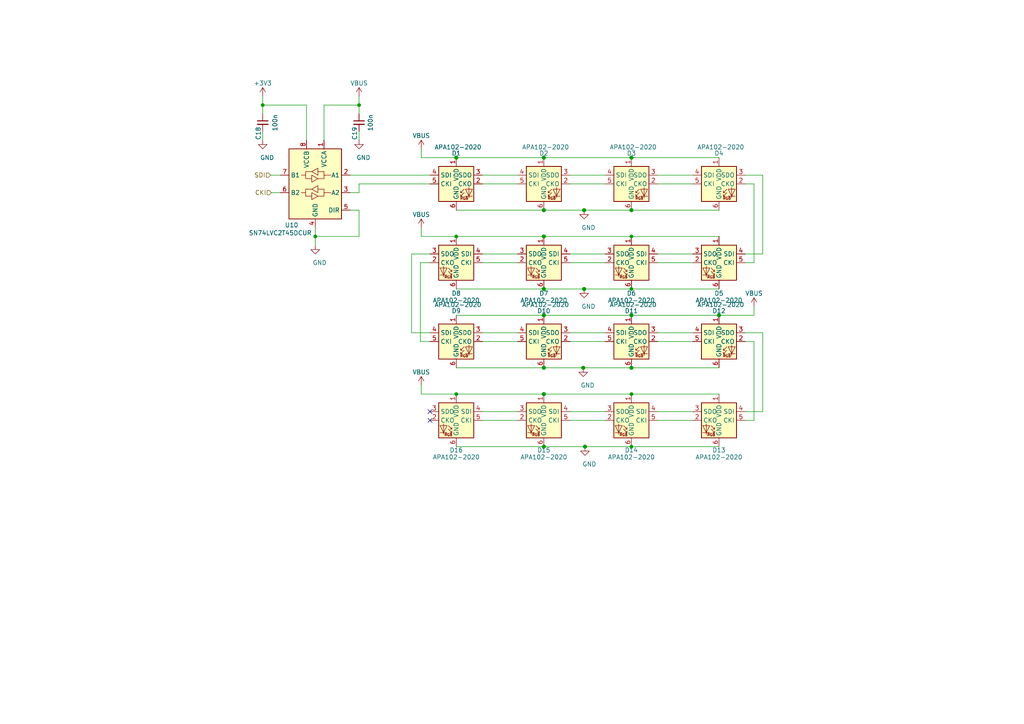
<source format=kicad_sch>
(kicad_sch (version 20210126) (generator eeschema)

  (paper "A4")

  (lib_symbols
    (symbol "LED:APA102-2020" (in_bom yes) (on_board yes)
      (property "Reference" "D" (id 0) (at 5.08 5.715 0)
        (effects (font (size 1.27 1.27)) (justify right bottom))
      )
      (property "Value" "APA102-2020" (id 1) (at 1.27 -5.715 0)
        (effects (font (size 1.27 1.27)) (justify left top))
      )
      (property "Footprint" "LED_SMD:LED-APA102-2020" (id 2) (at 1.27 -7.62 0)
        (effects (font (size 1.27 1.27)) (justify left top) hide)
      )
      (property "Datasheet" "http://www.led-color.com/upload/201604/APA102-2020%20SMD%20LED.pdf" (id 3) (at 2.54 -9.525 0)
        (effects (font (size 1.27 1.27)) (justify left top) hide)
      )
      (property "ki_keywords" "RGB LED addressable 8bit pwm 5bit greyscale" (id 4) (at 0 0 0)
        (effects (font (size 1.27 1.27)) hide)
      )
      (property "ki_description" "RGB LED with integrated controller" (id 5) (at 0 0 0)
        (effects (font (size 1.27 1.27)) hide)
      )
      (property "ki_fp_filters" "LED*APA102*" (id 6) (at 0 0 0)
        (effects (font (size 1.27 1.27)) hide)
      )
      (symbol "APA102-2020_0_0"
        (text "RGB" (at 2.286 -4.191 0)
          (effects (font (size 0.762 0.762)))
        )
      )
      (symbol "APA102-2020_0_1"
        (rectangle (start 5.08 5.08) (end -5.08 -5.08)
          (stroke (width 0.254)) (fill (type background))
        )
        (polyline
          (pts
            (xy 1.27 -3.556)
            (xy 1.778 -3.556)
          )
          (stroke (width 0)) (fill (type none))
        )
        (polyline
          (pts
            (xy 1.27 -2.54)
            (xy 1.778 -2.54)
          )
          (stroke (width 0)) (fill (type none))
        )
        (polyline
          (pts
            (xy 4.699 -3.556)
            (xy 2.667 -3.556)
          )
          (stroke (width 0)) (fill (type none))
        )
        (polyline
          (pts
            (xy 2.286 -2.54)
            (xy 1.27 -3.556)
            (xy 1.27 -3.048)
          )
          (stroke (width 0)) (fill (type none))
        )
        (polyline
          (pts
            (xy 2.286 -1.524)
            (xy 1.27 -2.54)
            (xy 1.27 -2.032)
          )
          (stroke (width 0)) (fill (type none))
        )
        (polyline
          (pts
            (xy 3.683 -1.016)
            (xy 3.683 -3.556)
            (xy 3.683 -4.064)
          )
          (stroke (width 0)) (fill (type none))
        )
        (polyline
          (pts
            (xy 4.699 -1.524)
            (xy 2.667 -1.524)
            (xy 3.683 -3.556)
            (xy 4.699 -1.524)
          )
          (stroke (width 0)) (fill (type none))
        )
      )
      (symbol "APA102-2020_1_1"
        (pin power_in line (at 0 7.62 270) (length 2.54)
          (name "VDD" (effects (font (size 1.27 1.27))))
          (number "1" (effects (font (size 1.27 1.27))))
        )
        (pin output line (at 7.62 0 180) (length 2.54)
          (name "CKO" (effects (font (size 1.27 1.27))))
          (number "2" (effects (font (size 1.27 1.27))))
        )
        (pin output line (at 7.62 2.54 180) (length 2.54)
          (name "SDO" (effects (font (size 1.27 1.27))))
          (number "3" (effects (font (size 1.27 1.27))))
        )
        (pin input line (at -7.62 2.54 0) (length 2.54)
          (name "SDI" (effects (font (size 1.27 1.27))))
          (number "4" (effects (font (size 1.27 1.27))))
        )
        (pin input line (at -7.62 0 0) (length 2.54)
          (name "CKI" (effects (font (size 1.27 1.27))))
          (number "5" (effects (font (size 1.27 1.27))))
        )
        (pin power_in line (at 0 -7.62 90) (length 2.54)
          (name "GND" (effects (font (size 1.27 1.27))))
          (number "6" (effects (font (size 1.27 1.27))))
        )
      )
    )
    (symbol "Logic_LevelTranslator:SN74LVC2T45DCUR" (in_bom yes) (on_board yes)
      (property "Reference" "U" (id 0) (at -6.35 11.43 0)
        (effects (font (size 1.27 1.27)))
      )
      (property "Value" "SN74LVC2T45DCUR" (id 1) (at 3.81 11.43 0)
        (effects (font (size 1.27 1.27)) (justify left))
      )
      (property "Footprint" "Package_SO:VSSOP-8_2.4x2.1mm_P0.5mm" (id 2) (at 1.27 -13.97 0)
        (effects (font (size 1.27 1.27)) hide)
      )
      (property "Datasheet" "http://www.ti.com/lit/ds/symlink/sn74lvc2t45.pdf" (id 3) (at -22.86 -13.97 0)
        (effects (font (size 1.27 1.27)) hide)
      )
      (property "ki_keywords" "Level-Shifter CMOS-TTL-Translation" (id 4) (at 0 0 0)
        (effects (font (size 1.27 1.27)) hide)
      )
      (property "ki_description" "Dual-Bit Dual-Supply Bus Transceiver With Configurable Voltage Translation and 3-State Outputs, VSSOP-8" (id 5) (at 0 0 0)
        (effects (font (size 1.27 1.27)) hide)
      )
      (property "ki_fp_filters" "VSSOP*2.4x2.1mm*P0.5mm*" (id 6) (at 0 0 0)
        (effects (font (size 1.27 1.27)) hide)
      )
      (symbol "SN74LVC2T45DCUR_0_1"
        (rectangle (start -7.62 10.16) (end 7.62 -10.16)
          (stroke (width 0.254)) (fill (type background))
        )
        (polyline
          (pts
            (xy -2.54 2.54)
            (xy -2.54 3.556)
            (xy -0.762 3.556)
          )
          (stroke (width 0)) (fill (type none))
        )
        (polyline
          (pts
            (xy 2.794 2.54)
            (xy 2.794 1.524)
            (xy 1.016 1.524)
          )
          (stroke (width 0)) (fill (type none))
        )
        (polyline
          (pts
            (xy -0.762 1.524)
            (xy -2.54 1.524)
            (xy -2.54 2.54)
            (xy -4.572 2.54)
          )
          (stroke (width 0)) (fill (type none))
        )
        (polyline
          (pts
            (xy -0.762 2.54)
            (xy -0.762 4.572)
            (xy 1.016 3.556)
            (xy -0.762 2.54)
          )
          (stroke (width 0)) (fill (type none))
        )
        (polyline
          (pts
            (xy 1.016 3.556)
            (xy 2.794 3.556)
            (xy 2.794 2.54)
            (xy 4.064 2.54)
          )
          (stroke (width 0)) (fill (type none))
        )
        (polyline
          (pts
            (xy 1.016 2.54)
            (xy 1.016 0.762)
            (xy 1.016 0.508)
            (xy -0.762 1.524)
            (xy 1.016 2.54)
          )
          (stroke (width 0)) (fill (type none))
        )
      )
      (symbol "SN74LVC2T45DCUR_1_1"
        (polyline
          (pts
            (xy -2.54 -2.54)
            (xy -2.54 -1.524)
            (xy -0.762 -1.524)
          )
          (stroke (width 0)) (fill (type none))
        )
        (polyline
          (pts
            (xy 2.794 -2.54)
            (xy 2.794 -3.556)
            (xy 1.016 -3.556)
          )
          (stroke (width 0)) (fill (type none))
        )
        (polyline
          (pts
            (xy -0.762 -3.556)
            (xy -2.54 -3.556)
            (xy -2.54 -2.54)
            (xy -4.572 -2.54)
          )
          (stroke (width 0)) (fill (type none))
        )
        (polyline
          (pts
            (xy -0.762 -2.54)
            (xy -0.762 -0.508)
            (xy 1.016 -1.524)
            (xy -0.762 -2.54)
          )
          (stroke (width 0)) (fill (type none))
        )
        (polyline
          (pts
            (xy 1.016 -1.524)
            (xy 2.794 -1.524)
            (xy 2.794 -2.54)
            (xy 4.064 -2.54)
          )
          (stroke (width 0)) (fill (type none))
        )
        (polyline
          (pts
            (xy 1.016 -2.54)
            (xy 1.016 -4.318)
            (xy 1.016 -4.572)
            (xy -0.762 -3.556)
            (xy 1.016 -2.54)
          )
          (stroke (width 0)) (fill (type none))
        )
        (pin power_in line (at -2.54 12.7 270) (length 2.54)
          (name "VCCA" (effects (font (size 1.27 1.27))))
          (number "1" (effects (font (size 1.27 1.27))))
        )
        (pin bidirectional line (at -10.16 2.54 0) (length 2.54)
          (name "A1" (effects (font (size 1.27 1.27))))
          (number "2" (effects (font (size 1.27 1.27))))
        )
        (pin bidirectional line (at -10.16 -2.54 0) (length 2.54)
          (name "A2" (effects (font (size 1.27 1.27))))
          (number "3" (effects (font (size 1.27 1.27))))
        )
        (pin power_in line (at 0 -12.7 90) (length 2.54)
          (name "GND" (effects (font (size 1.27 1.27))))
          (number "4" (effects (font (size 1.27 1.27))))
        )
        (pin input line (at -10.16 -7.62 0) (length 2.54)
          (name "DIR" (effects (font (size 1.27 1.27))))
          (number "5" (effects (font (size 1.27 1.27))))
        )
        (pin bidirectional line (at 10.16 -2.54 180) (length 2.54)
          (name "B2" (effects (font (size 1.27 1.27))))
          (number "6" (effects (font (size 1.27 1.27))))
        )
        (pin bidirectional line (at 10.16 2.54 180) (length 2.54)
          (name "B1" (effects (font (size 1.27 1.27))))
          (number "7" (effects (font (size 1.27 1.27))))
        )
        (pin power_in line (at 2.54 12.7 270) (length 2.54)
          (name "VCCB" (effects (font (size 1.27 1.27))))
          (number "8" (effects (font (size 1.27 1.27))))
        )
      )
    )
    (symbol "icebreaker-bitsy-rescue:pkl_C_Small-pkl_device" (pin_numbers hide) (pin_names (offset 0.254) hide) (in_bom yes) (on_board yes)
      (property "Reference" "C" (id 0) (at 0.254 1.778 0)
        (effects (font (size 1.27 1.27)) (justify left))
      )
      (property "Value" "pkl_C_Small-pkl_device" (id 1) (at 0.254 -2.032 0)
        (effects (font (size 1.27 1.27)) (justify left))
      )
      (property "Footprint" "" (id 2) (at 0 0 0)
        (effects (font (size 1.524 1.524)))
      )
      (property "Datasheet" "" (id 3) (at 0 0 0)
        (effects (font (size 1.524 1.524)))
      )
      (property "ki_fp_filters" "C? C_????_* C_???? SMD*_c Capacitor*" (id 4) (at 0 0 0)
        (effects (font (size 1.27 1.27)) hide)
      )
      (symbol "pkl_C_Small-pkl_device_0_1"
        (polyline
          (pts
            (xy -1.524 -0.508)
            (xy 1.524 -0.508)
          )
          (stroke (width 0.3302)) (fill (type none))
        )
        (polyline
          (pts
            (xy -1.524 0.508)
            (xy 1.524 0.508)
          )
          (stroke (width 0.3048)) (fill (type none))
        )
      )
      (symbol "pkl_C_Small-pkl_device_1_1"
        (pin passive line (at 0 2.54 270) (length 1.905)
          (name "~" (effects (font (size 1.016 1.016))))
          (number "1" (effects (font (size 1.016 1.016))))
        )
        (pin passive line (at 0 -2.54 90) (length 2.032)
          (name "~" (effects (font (size 1.016 1.016))))
          (number "2" (effects (font (size 1.016 1.016))))
        )
      )
    )
    (symbol "power:+3V3" (power) (pin_names (offset 0)) (in_bom yes) (on_board yes)
      (property "Reference" "#PWR" (id 0) (at 0 -3.81 0)
        (effects (font (size 1.27 1.27)) hide)
      )
      (property "Value" "+3V3" (id 1) (at 0 3.556 0)
        (effects (font (size 1.27 1.27)))
      )
      (property "Footprint" "" (id 2) (at 0 0 0)
        (effects (font (size 1.27 1.27)) hide)
      )
      (property "Datasheet" "" (id 3) (at 0 0 0)
        (effects (font (size 1.27 1.27)) hide)
      )
      (property "ki_keywords" "power-flag" (id 4) (at 0 0 0)
        (effects (font (size 1.27 1.27)) hide)
      )
      (property "ki_description" "Power symbol creates a global label with name \"+3V3\"" (id 5) (at 0 0 0)
        (effects (font (size 1.27 1.27)) hide)
      )
      (symbol "+3V3_0_1"
        (polyline
          (pts
            (xy -0.762 1.27)
            (xy 0 2.54)
          )
          (stroke (width 0)) (fill (type none))
        )
        (polyline
          (pts
            (xy 0 0)
            (xy 0 2.54)
          )
          (stroke (width 0)) (fill (type none))
        )
        (polyline
          (pts
            (xy 0 2.54)
            (xy 0.762 1.27)
          )
          (stroke (width 0)) (fill (type none))
        )
      )
      (symbol "+3V3_1_1"
        (pin power_in line (at 0 0 90) (length 0) hide
          (name "+3V3" (effects (font (size 1.27 1.27))))
          (number "1" (effects (font (size 1.27 1.27))))
        )
      )
    )
    (symbol "power:GND" (power) (pin_names (offset 0)) (in_bom yes) (on_board yes)
      (property "Reference" "#PWR" (id 0) (at 0 -6.35 0)
        (effects (font (size 1.27 1.27)) hide)
      )
      (property "Value" "GND" (id 1) (at 0 -3.81 0)
        (effects (font (size 1.27 1.27)))
      )
      (property "Footprint" "" (id 2) (at 0 0 0)
        (effects (font (size 1.27 1.27)) hide)
      )
      (property "Datasheet" "" (id 3) (at 0 0 0)
        (effects (font (size 1.27 1.27)) hide)
      )
      (property "ki_keywords" "power-flag" (id 4) (at 0 0 0)
        (effects (font (size 1.27 1.27)) hide)
      )
      (property "ki_description" "Power symbol creates a global label with name \"GND\" , ground" (id 5) (at 0 0 0)
        (effects (font (size 1.27 1.27)) hide)
      )
      (symbol "GND_0_1"
        (polyline
          (pts
            (xy 0 0)
            (xy 0 -1.27)
            (xy 1.27 -1.27)
            (xy 0 -2.54)
            (xy -1.27 -1.27)
            (xy 0 -1.27)
          )
          (stroke (width 0)) (fill (type none))
        )
      )
      (symbol "GND_1_1"
        (pin power_in line (at 0 0 270) (length 0) hide
          (name "GND" (effects (font (size 1.27 1.27))))
          (number "1" (effects (font (size 1.27 1.27))))
        )
      )
    )
    (symbol "power:VBUS" (power) (pin_names (offset 0)) (in_bom yes) (on_board yes)
      (property "Reference" "#PWR" (id 0) (at 0 -3.81 0)
        (effects (font (size 1.27 1.27)) hide)
      )
      (property "Value" "VBUS" (id 1) (at 0 3.81 0)
        (effects (font (size 1.27 1.27)))
      )
      (property "Footprint" "" (id 2) (at 0 0 0)
        (effects (font (size 1.27 1.27)) hide)
      )
      (property "Datasheet" "" (id 3) (at 0 0 0)
        (effects (font (size 1.27 1.27)) hide)
      )
      (property "ki_keywords" "power-flag" (id 4) (at 0 0 0)
        (effects (font (size 1.27 1.27)) hide)
      )
      (property "ki_description" "Power symbol creates a global label with name \"VBUS\"" (id 5) (at 0 0 0)
        (effects (font (size 1.27 1.27)) hide)
      )
      (symbol "VBUS_0_1"
        (polyline
          (pts
            (xy -0.762 1.27)
            (xy 0 2.54)
          )
          (stroke (width 0)) (fill (type none))
        )
        (polyline
          (pts
            (xy 0 0)
            (xy 0 2.54)
          )
          (stroke (width 0)) (fill (type none))
        )
        (polyline
          (pts
            (xy 0 2.54)
            (xy 0.762 1.27)
          )
          (stroke (width 0)) (fill (type none))
        )
      )
      (symbol "VBUS_1_1"
        (pin power_in line (at 0 0 90) (length 0) hide
          (name "VBUS" (effects (font (size 1.27 1.27))))
          (number "1" (effects (font (size 1.27 1.27))))
        )
      )
    )
  )

  (junction (at 76.2 30.48) (diameter 0.9144) (color 0 0 0 0))
  (junction (at 91.44 68.58) (diameter 0.9144) (color 0 0 0 0))
  (junction (at 104.14 30.48) (diameter 0.9144) (color 0 0 0 0))
  (junction (at 132.334 45.72) (diameter 1.016) (color 0 0 0 0))
  (junction (at 132.334 68.58) (diameter 0.9144) (color 0 0 0 0))
  (junction (at 132.334 114.3) (diameter 0.9144) (color 0 0 0 0))
  (junction (at 157.734 45.72) (diameter 1.016) (color 0 0 0 0))
  (junction (at 157.734 60.96) (diameter 1.016) (color 0 0 0 0))
  (junction (at 157.734 68.58) (diameter 1.016) (color 0 0 0 0))
  (junction (at 157.734 83.82) (diameter 1.016) (color 0 0 0 0))
  (junction (at 157.734 91.44) (diameter 1.016) (color 0 0 0 0))
  (junction (at 157.734 106.68) (diameter 1.016) (color 0 0 0 0))
  (junction (at 157.734 114.3) (diameter 1.016) (color 0 0 0 0))
  (junction (at 157.734 129.54) (diameter 1.016) (color 0 0 0 0))
  (junction (at 169.164 106.68) (diameter 1.016) (color 0 0 0 0))
  (junction (at 169.418 60.96) (diameter 1.016) (color 0 0 0 0))
  (junction (at 169.418 83.82) (diameter 1.016) (color 0 0 0 0))
  (junction (at 169.672 129.54) (diameter 1.016) (color 0 0 0 0))
  (junction (at 183.134 45.72) (diameter 1.016) (color 0 0 0 0))
  (junction (at 183.134 60.96) (diameter 1.016) (color 0 0 0 0))
  (junction (at 183.134 68.58) (diameter 0.9144) (color 0 0 0 0))
  (junction (at 183.134 83.82) (diameter 0.9144) (color 0 0 0 0))
  (junction (at 183.134 91.44) (diameter 1.016) (color 0 0 0 0))
  (junction (at 183.134 106.68) (diameter 1.016) (color 0 0 0 0))
  (junction (at 183.134 114.3) (diameter 0.9144) (color 0 0 0 0))
  (junction (at 183.134 129.54) (diameter 0.9144) (color 0 0 0 0))
  (junction (at 208.534 91.44) (diameter 1.016) (color 0 0 0 0))

  (no_connect (at 124.714 119.38) (uuid e15e66b2-565f-4602-b284-d45960681845))
  (no_connect (at 124.714 121.92) (uuid 18695ff9-83f3-45e3-825b-2f42b9632b01))

  (wire (pts (xy 76.2 27.94) (xy 76.2 30.48))
    (stroke (width 0) (type solid) (color 0 0 0 0))
    (uuid c08a9bac-b0b3-4303-ac68-093db7dadb71)
  )
  (wire (pts (xy 76.2 30.48) (xy 88.9 30.48))
    (stroke (width 0) (type solid) (color 0 0 0 0))
    (uuid 735a0b15-5cf9-44f2-8326-0c4d840de54c)
  )
  (wire (pts (xy 76.2 33.02) (xy 76.2 30.48))
    (stroke (width 0) (type solid) (color 0 0 0 0))
    (uuid a8d009c0-8ea3-4821-8a15-d595ae9bf2bc)
  )
  (wire (pts (xy 76.2 38.1) (xy 76.2 40.64))
    (stroke (width 0) (type solid) (color 0 0 0 0))
    (uuid 6d5d3607-4b72-430d-a5e3-3db38a149a6b)
  )
  (wire (pts (xy 78.486 50.8) (xy 81.28 50.8))
    (stroke (width 0) (type solid) (color 0 0 0 0))
    (uuid bbdb539b-416d-43eb-91dc-e627f71d2fb6)
  )
  (wire (pts (xy 78.74 55.88) (xy 81.28 55.88))
    (stroke (width 0) (type solid) (color 0 0 0 0))
    (uuid 842c946b-0eb8-4f3b-8bbe-11de8316e690)
  )
  (wire (pts (xy 88.9 30.48) (xy 88.9 40.64))
    (stroke (width 0) (type solid) (color 0 0 0 0))
    (uuid 491f80f8-d2bc-4ad6-994e-43d1602c73a6)
  )
  (wire (pts (xy 91.44 66.04) (xy 91.44 68.58))
    (stroke (width 0) (type solid) (color 0 0 0 0))
    (uuid 370e01e1-a568-491a-a7be-48af50b13b7a)
  )
  (wire (pts (xy 91.44 68.58) (xy 91.44 71.12))
    (stroke (width 0) (type solid) (color 0 0 0 0))
    (uuid c214663f-084b-4329-8fab-1bf5b801db23)
  )
  (wire (pts (xy 91.44 68.58) (xy 104.14 68.58))
    (stroke (width 0) (type solid) (color 0 0 0 0))
    (uuid 87548987-97cf-4244-9a89-185477819e28)
  )
  (wire (pts (xy 93.98 30.48) (xy 93.98 40.64))
    (stroke (width 0) (type solid) (color 0 0 0 0))
    (uuid 3945e438-10b6-4556-a644-e824bdb4d5ff)
  )
  (wire (pts (xy 93.98 30.48) (xy 104.14 30.48))
    (stroke (width 0) (type solid) (color 0 0 0 0))
    (uuid d7db64d8-5c33-4a68-8fff-da795818cec3)
  )
  (wire (pts (xy 101.6 50.8) (xy 124.714 50.8))
    (stroke (width 0) (type solid) (color 0 0 0 0))
    (uuid 835d1a46-c75b-403e-a12d-5852c532eace)
  )
  (wire (pts (xy 101.6 55.88) (xy 104.14 55.88))
    (stroke (width 0) (type solid) (color 0 0 0 0))
    (uuid 92931c0c-7eec-41d1-bb0b-ddaef5421fd8)
  )
  (wire (pts (xy 101.6 60.96) (xy 104.14 60.96))
    (stroke (width 0) (type solid) (color 0 0 0 0))
    (uuid 03743206-52d8-4139-b763-03e36da0dfe5)
  )
  (wire (pts (xy 104.14 27.94) (xy 104.14 30.48))
    (stroke (width 0) (type solid) (color 0 0 0 0))
    (uuid 8da407ce-2abf-4f0f-91ac-ff4d01c1b464)
  )
  (wire (pts (xy 104.14 33.02) (xy 104.14 30.48))
    (stroke (width 0) (type solid) (color 0 0 0 0))
    (uuid a770e9ac-ba6c-4fc1-b879-390043a8b82d)
  )
  (wire (pts (xy 104.14 38.1) (xy 104.14 40.64))
    (stroke (width 0) (type solid) (color 0 0 0 0))
    (uuid 8c02bfa1-bdbf-4156-9587-1bffdcb2fbc8)
  )
  (wire (pts (xy 104.14 53.34) (xy 124.714 53.34))
    (stroke (width 0) (type solid) (color 0 0 0 0))
    (uuid 8c8fc07e-4238-439b-90ed-6563fad20953)
  )
  (wire (pts (xy 104.14 55.88) (xy 104.14 53.34))
    (stroke (width 0) (type solid) (color 0 0 0 0))
    (uuid 6ec79836-0053-4286-8ff8-3ef1d1a1180a)
  )
  (wire (pts (xy 104.14 60.96) (xy 104.14 68.58))
    (stroke (width 0) (type solid) (color 0 0 0 0))
    (uuid eb6f34b6-997f-4ac8-9adf-77c4199fd13b)
  )
  (wire (pts (xy 119.38 73.66) (xy 119.38 96.52))
    (stroke (width 0) (type solid) (color 0 0 0 0))
    (uuid 28c040cd-42f8-4db0-98c0-4d7fdd43d1c0)
  )
  (wire (pts (xy 119.38 96.52) (xy 124.714 96.52))
    (stroke (width 0) (type solid) (color 0 0 0 0))
    (uuid 5484cf4b-53dd-4384-9b45-00aa80d81104)
  )
  (wire (pts (xy 121.92 76.2) (xy 121.92 99.06))
    (stroke (width 0) (type solid) (color 0 0 0 0))
    (uuid 9a746b8d-98e3-4534-9ee6-ff94246ec2a5)
  )
  (wire (pts (xy 121.92 99.06) (xy 124.714 99.06))
    (stroke (width 0) (type solid) (color 0 0 0 0))
    (uuid b332c5bf-b72c-4d1c-aaaf-23b7f9dd5b30)
  )
  (wire (pts (xy 122.174 45.72) (xy 122.174 43.18))
    (stroke (width 0) (type solid) (color 0 0 0 0))
    (uuid 433f6f00-0d70-4697-9baa-5e360ead1cf5)
  )
  (wire (pts (xy 122.174 68.58) (xy 122.174 66.04))
    (stroke (width 0) (type solid) (color 0 0 0 0))
    (uuid 6e312817-fef0-4b9a-b260-67a72111f58c)
  )
  (wire (pts (xy 122.174 68.58) (xy 132.334 68.58))
    (stroke (width 0) (type solid) (color 0 0 0 0))
    (uuid 13572a92-48b0-473f-b2cf-433b8038f366)
  )
  (wire (pts (xy 122.174 114.3) (xy 122.174 111.76))
    (stroke (width 0) (type solid) (color 0 0 0 0))
    (uuid cfc53154-9ada-4068-b623-0283f2d82f4c)
  )
  (wire (pts (xy 122.174 114.3) (xy 132.334 114.3))
    (stroke (width 0) (type solid) (color 0 0 0 0))
    (uuid 11a0b09d-b594-45d0-b839-3da3e827ce43)
  )
  (wire (pts (xy 124.714 73.66) (xy 119.38 73.66))
    (stroke (width 0) (type solid) (color 0 0 0 0))
    (uuid ab99b6fe-e74a-4461-a273-338bc8573b1a)
  )
  (wire (pts (xy 124.714 76.2) (xy 121.92 76.2))
    (stroke (width 0) (type solid) (color 0 0 0 0))
    (uuid 325f458d-3f32-46d9-ac14-836b9a243b1b)
  )
  (wire (pts (xy 132.334 45.72) (xy 122.174 45.72))
    (stroke (width 0) (type solid) (color 0 0 0 0))
    (uuid 78c92244-9265-4f5c-9d55-00e19cb1fecc)
  )
  (wire (pts (xy 132.334 45.72) (xy 157.734 45.72))
    (stroke (width 0) (type solid) (color 0 0 0 0))
    (uuid ce67b3bf-e794-4e65-a594-36ae46d0c339)
  )
  (wire (pts (xy 132.334 60.96) (xy 157.734 60.96))
    (stroke (width 0) (type solid) (color 0 0 0 0))
    (uuid 8d701172-e96b-4d90-902d-52c298ef6d41)
  )
  (wire (pts (xy 132.334 68.58) (xy 157.734 68.58))
    (stroke (width 0) (type solid) (color 0 0 0 0))
    (uuid c094e0c1-7998-4953-8d09-2ac5a47cb15d)
  )
  (wire (pts (xy 132.334 91.44) (xy 157.734 91.44))
    (stroke (width 0) (type solid) (color 0 0 0 0))
    (uuid b3afbd34-0c29-49ee-b0d1-0c5c57e4d700)
  )
  (wire (pts (xy 132.334 106.68) (xy 157.734 106.68))
    (stroke (width 0) (type solid) (color 0 0 0 0))
    (uuid e0419802-d3f2-4777-a694-0eb895a28ac7)
  )
  (wire (pts (xy 132.334 114.3) (xy 157.734 114.3))
    (stroke (width 0) (type solid) (color 0 0 0 0))
    (uuid 22d6df99-f2b9-4a7f-9c23-5b005b6b9b2d)
  )
  (wire (pts (xy 139.954 50.8) (xy 150.114 50.8))
    (stroke (width 0) (type solid) (color 0 0 0 0))
    (uuid ed18d4da-fd06-44dc-b942-0a48327555a5)
  )
  (wire (pts (xy 139.954 53.34) (xy 150.114 53.34))
    (stroke (width 0) (type solid) (color 0 0 0 0))
    (uuid c542c85a-928a-46a1-a656-6a81165ddb5a)
  )
  (wire (pts (xy 139.954 96.52) (xy 150.114 96.52))
    (stroke (width 0) (type solid) (color 0 0 0 0))
    (uuid 34923551-a1a0-42cf-be5a-1f38ac91ed7e)
  )
  (wire (pts (xy 139.954 99.06) (xy 150.114 99.06))
    (stroke (width 0) (type solid) (color 0 0 0 0))
    (uuid 637b0c63-0a9d-4827-99ac-4e7c1635c4a7)
  )
  (wire (pts (xy 139.954 119.38) (xy 150.114 119.38))
    (stroke (width 0) (type solid) (color 0 0 0 0))
    (uuid ad8dd949-2169-4720-83d9-2fcfb0c61fd8)
  )
  (wire (pts (xy 139.954 121.92) (xy 150.114 121.92))
    (stroke (width 0) (type solid) (color 0 0 0 0))
    (uuid a3bf38bb-cb58-4e0f-a2d6-f138804f0188)
  )
  (wire (pts (xy 150.114 73.66) (xy 139.954 73.66))
    (stroke (width 0) (type solid) (color 0 0 0 0))
    (uuid c72fa1c2-4402-4303-b1b7-1bdad2169410)
  )
  (wire (pts (xy 150.114 76.2) (xy 139.954 76.2))
    (stroke (width 0) (type solid) (color 0 0 0 0))
    (uuid 1d0bf050-5067-4dfc-ac0c-427f75b90b83)
  )
  (wire (pts (xy 157.734 45.72) (xy 183.134 45.72))
    (stroke (width 0) (type solid) (color 0 0 0 0))
    (uuid 0a272118-bfcb-439a-886d-4504272df79a)
  )
  (wire (pts (xy 157.734 60.96) (xy 169.418 60.96))
    (stroke (width 0) (type solid) (color 0 0 0 0))
    (uuid 6c9277ac-a319-465a-8389-d249dd320dfb)
  )
  (wire (pts (xy 157.734 68.58) (xy 183.134 68.58))
    (stroke (width 0) (type solid) (color 0 0 0 0))
    (uuid 0ab3646d-d295-4ef4-acae-511840905b90)
  )
  (wire (pts (xy 157.734 83.82) (xy 132.334 83.82))
    (stroke (width 0) (type solid) (color 0 0 0 0))
    (uuid ba3d88e0-ed96-4efc-a7f4-07478a01a71f)
  )
  (wire (pts (xy 157.734 91.44) (xy 183.134 91.44))
    (stroke (width 0) (type solid) (color 0 0 0 0))
    (uuid 363bf425-a19a-4e4f-af4e-a609fe70d533)
  )
  (wire (pts (xy 157.734 106.68) (xy 169.164 106.68))
    (stroke (width 0) (type solid) (color 0 0 0 0))
    (uuid bc389e0e-a385-4ede-8abe-3794635cc84d)
  )
  (wire (pts (xy 157.734 114.3) (xy 183.134 114.3))
    (stroke (width 0) (type solid) (color 0 0 0 0))
    (uuid 29bc3025-a4b7-4563-9b42-589984adb84e)
  )
  (wire (pts (xy 157.734 129.54) (xy 132.334 129.54))
    (stroke (width 0) (type solid) (color 0 0 0 0))
    (uuid 9294a668-64c6-497e-9627-d5e572764c31)
  )
  (wire (pts (xy 165.354 50.8) (xy 175.514 50.8))
    (stroke (width 0) (type solid) (color 0 0 0 0))
    (uuid bb326e3d-93c0-4b19-ac8b-ea5d4b4e7b3f)
  )
  (wire (pts (xy 165.354 53.34) (xy 175.514 53.34))
    (stroke (width 0) (type solid) (color 0 0 0 0))
    (uuid 9813dcc7-7654-4149-98a4-b0a1957132d9)
  )
  (wire (pts (xy 165.354 96.52) (xy 175.514 96.52))
    (stroke (width 0) (type solid) (color 0 0 0 0))
    (uuid 40eda1b5-70a5-4502-8012-5c649bb0e266)
  )
  (wire (pts (xy 165.354 99.06) (xy 175.514 99.06))
    (stroke (width 0) (type solid) (color 0 0 0 0))
    (uuid 069034d5-480f-415c-8102-dea69c7ce286)
  )
  (wire (pts (xy 165.354 119.38) (xy 175.514 119.38))
    (stroke (width 0) (type solid) (color 0 0 0 0))
    (uuid e983bac0-0cc5-4d24-acd1-a60af26f33b5)
  )
  (wire (pts (xy 165.354 121.92) (xy 175.514 121.92))
    (stroke (width 0) (type solid) (color 0 0 0 0))
    (uuid 9b021ab3-638b-457a-af7f-b3256352ad8f)
  )
  (wire (pts (xy 169.164 106.68) (xy 183.134 106.68))
    (stroke (width 0) (type solid) (color 0 0 0 0))
    (uuid 18ff884a-7e10-42a7-bd85-d7f6818fc7a0)
  )
  (wire (pts (xy 169.418 60.96) (xy 183.134 60.96))
    (stroke (width 0) (type solid) (color 0 0 0 0))
    (uuid c1161ef7-1ce2-4d68-a11c-e1d45747facc)
  )
  (wire (pts (xy 169.418 83.82) (xy 157.734 83.82))
    (stroke (width 0) (type solid) (color 0 0 0 0))
    (uuid d195c8a3-5965-42c5-8e43-c1e9cf240080)
  )
  (wire (pts (xy 169.418 83.82) (xy 183.134 83.82))
    (stroke (width 0) (type solid) (color 0 0 0 0))
    (uuid 17c1836f-bce1-405b-8e8d-208fbd0f1a61)
  )
  (wire (pts (xy 169.672 129.54) (xy 157.734 129.54))
    (stroke (width 0) (type solid) (color 0 0 0 0))
    (uuid b250200e-ec02-4502-845d-387d9a4dc6c0)
  )
  (wire (pts (xy 169.672 129.54) (xy 183.134 129.54))
    (stroke (width 0) (type solid) (color 0 0 0 0))
    (uuid 80ba4914-4031-4c6e-a783-fd4ed5db1dc0)
  )
  (wire (pts (xy 175.514 73.66) (xy 165.354 73.66))
    (stroke (width 0) (type solid) (color 0 0 0 0))
    (uuid 425b1f1e-d4af-48ad-9708-b2c32a6879d1)
  )
  (wire (pts (xy 175.514 76.2) (xy 165.354 76.2))
    (stroke (width 0) (type solid) (color 0 0 0 0))
    (uuid 7805d2a1-76a4-4212-bcb6-11b3dd697435)
  )
  (wire (pts (xy 183.134 45.72) (xy 208.534 45.72))
    (stroke (width 0) (type solid) (color 0 0 0 0))
    (uuid dfe3596b-a487-44a6-bcef-c5b46b90626c)
  )
  (wire (pts (xy 183.134 60.96) (xy 208.534 60.96))
    (stroke (width 0) (type solid) (color 0 0 0 0))
    (uuid 4a504277-9a09-4817-a44f-f967d5fbe7fa)
  )
  (wire (pts (xy 183.134 68.58) (xy 208.534 68.58))
    (stroke (width 0) (type solid) (color 0 0 0 0))
    (uuid f23fe119-3371-483c-805d-57cd4095bc5e)
  )
  (wire (pts (xy 183.134 83.82) (xy 208.534 83.82))
    (stroke (width 0) (type solid) (color 0 0 0 0))
    (uuid 7a217bf6-905a-490d-8b99-5d3e338e5187)
  )
  (wire (pts (xy 183.134 91.44) (xy 208.534 91.44))
    (stroke (width 0) (type solid) (color 0 0 0 0))
    (uuid cfe2f4f5-577a-4eff-ac12-0fd4bd6703b4)
  )
  (wire (pts (xy 183.134 106.68) (xy 208.534 106.68))
    (stroke (width 0) (type solid) (color 0 0 0 0))
    (uuid 87c9f273-02fa-441b-ba45-2f5de3dc63c5)
  )
  (wire (pts (xy 183.134 114.3) (xy 208.534 114.3))
    (stroke (width 0) (type solid) (color 0 0 0 0))
    (uuid 7783e556-a281-489b-b838-8dea7cd65267)
  )
  (wire (pts (xy 183.134 129.54) (xy 208.534 129.54))
    (stroke (width 0) (type solid) (color 0 0 0 0))
    (uuid f215b9cc-5192-4106-850c-5ba779a95000)
  )
  (wire (pts (xy 190.754 50.8) (xy 200.914 50.8))
    (stroke (width 0) (type solid) (color 0 0 0 0))
    (uuid 3bf692ad-0186-4d4d-938d-b1deed9bc47f)
  )
  (wire (pts (xy 190.754 53.34) (xy 200.914 53.34))
    (stroke (width 0) (type solid) (color 0 0 0 0))
    (uuid 2138ce6d-861f-4af1-b786-3b4733277c4c)
  )
  (wire (pts (xy 190.754 96.52) (xy 200.914 96.52))
    (stroke (width 0) (type solid) (color 0 0 0 0))
    (uuid 5a89b672-9ab3-41ef-aac7-54c2204d44b9)
  )
  (wire (pts (xy 190.754 99.06) (xy 200.914 99.06))
    (stroke (width 0) (type solid) (color 0 0 0 0))
    (uuid 6d655459-bba3-45e9-b873-db6b783ec9ad)
  )
  (wire (pts (xy 190.754 119.38) (xy 200.914 119.38))
    (stroke (width 0) (type solid) (color 0 0 0 0))
    (uuid af724b3f-34ec-4d80-8a4f-6d3280a17a5b)
  )
  (wire (pts (xy 190.754 121.92) (xy 200.914 121.92))
    (stroke (width 0) (type solid) (color 0 0 0 0))
    (uuid 14e3ca7f-a45a-4d81-a0e1-d2afca59a19f)
  )
  (wire (pts (xy 200.914 73.66) (xy 190.754 73.66))
    (stroke (width 0) (type solid) (color 0 0 0 0))
    (uuid f6656907-35d9-43ac-bedd-d29169895d35)
  )
  (wire (pts (xy 200.914 76.2) (xy 190.754 76.2))
    (stroke (width 0) (type solid) (color 0 0 0 0))
    (uuid 8c45b04a-1b60-4387-98e5-ae9f6b7a457a)
  )
  (wire (pts (xy 208.534 91.44) (xy 218.694 91.44))
    (stroke (width 0) (type solid) (color 0 0 0 0))
    (uuid 0bf3134f-3a69-4364-a605-7f91e957d0f7)
  )
  (wire (pts (xy 216.154 53.34) (xy 218.694 53.34))
    (stroke (width 0) (type solid) (color 0 0 0 0))
    (uuid d8e1d035-adae-45bf-8f9f-aefa475a2ec0)
  )
  (wire (pts (xy 216.154 73.66) (xy 221.234 73.66))
    (stroke (width 0) (type solid) (color 0 0 0 0))
    (uuid cf53300c-fc83-4f96-b983-7b044707d8c8)
  )
  (wire (pts (xy 216.154 76.2) (xy 218.694 76.2))
    (stroke (width 0) (type solid) (color 0 0 0 0))
    (uuid 5086e298-7a1d-4ed1-a6df-6de69f37141e)
  )
  (wire (pts (xy 216.154 99.06) (xy 218.694 99.06))
    (stroke (width 0) (type solid) (color 0 0 0 0))
    (uuid 8fcd5b55-d2cc-4f1f-acea-678aee341852)
  )
  (wire (pts (xy 216.154 119.38) (xy 221.234 119.38))
    (stroke (width 0) (type solid) (color 0 0 0 0))
    (uuid 3a90f808-1571-4bb9-b4d9-26c3e3fbfcb1)
  )
  (wire (pts (xy 216.154 121.92) (xy 218.694 121.92))
    (stroke (width 0) (type solid) (color 0 0 0 0))
    (uuid b361b351-e958-4d0a-9d96-016a648351b5)
  )
  (wire (pts (xy 218.694 53.34) (xy 218.694 76.2))
    (stroke (width 0) (type solid) (color 0 0 0 0))
    (uuid 7d398109-8166-4052-a804-bc197a8a06ae)
  )
  (wire (pts (xy 218.694 91.44) (xy 218.694 88.9))
    (stroke (width 0) (type solid) (color 0 0 0 0))
    (uuid 6fd79e66-c261-4cd2-9cf0-d979fdcf6fd1)
  )
  (wire (pts (xy 218.694 99.06) (xy 218.694 121.92))
    (stroke (width 0) (type solid) (color 0 0 0 0))
    (uuid f23439dd-3f57-4591-81cd-b9251b6f45f8)
  )
  (wire (pts (xy 221.234 50.8) (xy 216.154 50.8))
    (stroke (width 0) (type solid) (color 0 0 0 0))
    (uuid f9123d5a-a3c1-47a3-9019-d3cd927958ab)
  )
  (wire (pts (xy 221.234 73.66) (xy 221.234 50.8))
    (stroke (width 0) (type solid) (color 0 0 0 0))
    (uuid 487e6a57-ac81-49da-b07b-da9c99eee179)
  )
  (wire (pts (xy 221.234 96.52) (xy 216.154 96.52))
    (stroke (width 0) (type solid) (color 0 0 0 0))
    (uuid 1e80f643-d883-496c-909c-1b62f7239c31)
  )
  (wire (pts (xy 221.234 119.38) (xy 221.234 96.52))
    (stroke (width 0) (type solid) (color 0 0 0 0))
    (uuid c305629f-53fe-4735-8f8b-3f5726d82a9b)
  )

  (hierarchical_label "SDI" (shape input) (at 78.486 50.8 180)
    (effects (font (size 1.27 1.27)) (justify right))
    (uuid 6596b056-ec01-4a52-b174-5cf60a7ed51e)
  )
  (hierarchical_label "CKI" (shape input) (at 78.74 55.88 180)
    (effects (font (size 1.27 1.27)) (justify right))
    (uuid 05448e22-baa7-41bb-a7aa-a8d6e64379c6)
  )

  (symbol (lib_id "power:+3V3") (at 76.2 27.94 0) (unit 1)
    (in_bom yes) (on_board yes)
    (uuid 03f80f19-86d0-46fc-9e47-22d7dd8da839)
    (property "Reference" "#PWR0108" (id 0) (at 76.2 31.75 0)
      (effects (font (size 1.27 1.27)) hide)
    )
    (property "Value" "+3V3" (id 1) (at 76.2 24.13 0))
    (property "Footprint" "" (id 2) (at 76.2 27.94 0)
      (effects (font (size 1.27 1.27)) hide)
    )
    (property "Datasheet" "" (id 3) (at 76.2 27.94 0)
      (effects (font (size 1.27 1.27)) hide)
    )
    (pin "1" (uuid 56d8f9d9-8744-4995-a556-7da659bc0559))
  )

  (symbol (lib_id "power:VBUS") (at 104.14 27.94 0) (unit 1)
    (in_bom yes) (on_board yes)
    (uuid 3b944c13-b699-40e2-8d4a-ad3851c787b2)
    (property "Reference" "#PWR0107" (id 0) (at 104.14 31.75 0)
      (effects (font (size 1.27 1.27)) hide)
    )
    (property "Value" "VBUS" (id 1) (at 104.14 24.13 0))
    (property "Footprint" "" (id 2) (at 104.14 27.94 0)
      (effects (font (size 1.27 1.27)) hide)
    )
    (property "Datasheet" "" (id 3) (at 104.14 27.94 0)
      (effects (font (size 1.27 1.27)) hide)
    )
    (pin "1" (uuid 2f93a2f4-ff58-4d44-92db-b3a5de56cbd3))
  )

  (symbol (lib_id "power:VBUS") (at 122.174 43.18 0) (unit 1)
    (in_bom yes) (on_board yes)
    (uuid 5adb8baa-8eb2-43e2-803f-4d371c291fb6)
    (property "Reference" "#PWR0105" (id 0) (at 122.174 46.99 0)
      (effects (font (size 1.27 1.27)) hide)
    )
    (property "Value" "VBUS" (id 1) (at 122.174 39.37 0))
    (property "Footprint" "" (id 2) (at 122.174 43.18 0)
      (effects (font (size 1.27 1.27)) hide)
    )
    (property "Datasheet" "" (id 3) (at 122.174 43.18 0)
      (effects (font (size 1.27 1.27)) hide)
    )
    (pin "1" (uuid ce5994c1-b359-4b26-9eda-3abc1ba56a1a))
  )

  (symbol (lib_id "power:VBUS") (at 122.174 66.04 0) (unit 1)
    (in_bom yes) (on_board yes)
    (uuid 82d991ce-0541-4063-9ec3-58526ac3e0df)
    (property "Reference" "#PWR0102" (id 0) (at 122.174 69.85 0)
      (effects (font (size 1.27 1.27)) hide)
    )
    (property "Value" "VBUS" (id 1) (at 122.174 62.23 0))
    (property "Footprint" "" (id 2) (at 122.174 66.04 0)
      (effects (font (size 1.27 1.27)) hide)
    )
    (property "Datasheet" "" (id 3) (at 122.174 66.04 0)
      (effects (font (size 1.27 1.27)) hide)
    )
    (pin "1" (uuid 23e49e0b-5786-4c49-954c-3cf0fa4c9d07))
  )

  (symbol (lib_id "power:VBUS") (at 122.174 111.76 0) (unit 1)
    (in_bom yes) (on_board yes)
    (uuid f1222c06-b622-465f-9a8f-73fc6b86bfaa)
    (property "Reference" "#PWR0103" (id 0) (at 122.174 115.57 0)
      (effects (font (size 1.27 1.27)) hide)
    )
    (property "Value" "VBUS" (id 1) (at 122.174 107.95 0))
    (property "Footprint" "" (id 2) (at 122.174 111.76 0)
      (effects (font (size 1.27 1.27)) hide)
    )
    (property "Datasheet" "" (id 3) (at 122.174 111.76 0)
      (effects (font (size 1.27 1.27)) hide)
    )
    (pin "1" (uuid d54af640-c8fb-4182-9609-32a2e1a015b9))
  )

  (symbol (lib_id "power:VBUS") (at 218.694 88.9 0) (unit 1)
    (in_bom yes) (on_board yes)
    (uuid c00466cf-b789-467d-8b9d-6eb519e6b82a)
    (property "Reference" "#PWR0104" (id 0) (at 218.694 92.71 0)
      (effects (font (size 1.27 1.27)) hide)
    )
    (property "Value" "VBUS" (id 1) (at 218.694 85.09 0))
    (property "Footprint" "" (id 2) (at 218.694 88.9 0)
      (effects (font (size 1.27 1.27)) hide)
    )
    (property "Datasheet" "" (id 3) (at 218.694 88.9 0)
      (effects (font (size 1.27 1.27)) hide)
    )
    (pin "1" (uuid 7e879ccb-bcb6-4bb9-9c22-47b79390fd57))
  )

  (symbol (lib_id "power:GND") (at 76.2 40.64 0) (unit 1)
    (in_bom yes) (on_board yes)
    (uuid d5f90836-f0aa-44cf-b09f-2ad195b17746)
    (property "Reference" "#PWR0109" (id 0) (at 76.2 46.99 0)
      (effects (font (size 1.27 1.27)) hide)
    )
    (property "Value" "GND" (id 1) (at 77.47 45.72 0))
    (property "Footprint" "" (id 2) (at 76.2 40.64 0)
      (effects (font (size 1.27 1.27)) hide)
    )
    (property "Datasheet" "" (id 3) (at 76.2 40.64 0)
      (effects (font (size 1.27 1.27)) hide)
    )
    (pin "1" (uuid d73fdae9-bd46-46a2-b026-511219427d5a))
  )

  (symbol (lib_id "power:GND") (at 91.44 71.12 0) (unit 1)
    (in_bom yes) (on_board yes)
    (uuid 55aedc14-a2af-4c22-b608-4b5eb266b7af)
    (property "Reference" "#PWR0101" (id 0) (at 91.44 77.47 0)
      (effects (font (size 1.27 1.27)) hide)
    )
    (property "Value" "GND" (id 1) (at 92.71 76.2 0))
    (property "Footprint" "" (id 2) (at 91.44 71.12 0)
      (effects (font (size 1.27 1.27)) hide)
    )
    (property "Datasheet" "" (id 3) (at 91.44 71.12 0)
      (effects (font (size 1.27 1.27)) hide)
    )
    (pin "1" (uuid 61f42e41-54e5-454f-bce8-dd5f3a264766))
  )

  (symbol (lib_id "power:GND") (at 104.14 40.64 0) (unit 1)
    (in_bom yes) (on_board yes)
    (uuid ae4a797d-6c1c-4068-8c28-ab7632b4d636)
    (property "Reference" "#PWR0106" (id 0) (at 104.14 46.99 0)
      (effects (font (size 1.27 1.27)) hide)
    )
    (property "Value" "GND" (id 1) (at 105.41 45.72 0))
    (property "Footprint" "" (id 2) (at 104.14 40.64 0)
      (effects (font (size 1.27 1.27)) hide)
    )
    (property "Datasheet" "" (id 3) (at 104.14 40.64 0)
      (effects (font (size 1.27 1.27)) hide)
    )
    (pin "1" (uuid cef0617f-b3b9-430e-ad17-d6c6e75def7a))
  )

  (symbol (lib_id "power:GND") (at 169.164 106.68 0) (unit 1)
    (in_bom yes) (on_board yes)
    (uuid e5fcf23c-0e57-47bc-9cf1-40b7a3c1aa56)
    (property "Reference" "#PWR038" (id 0) (at 169.164 113.03 0)
      (effects (font (size 1.27 1.27)) hide)
    )
    (property "Value" "GND" (id 1) (at 170.434 111.76 0))
    (property "Footprint" "" (id 2) (at 169.164 106.68 0)
      (effects (font (size 1.27 1.27)) hide)
    )
    (property "Datasheet" "" (id 3) (at 169.164 106.68 0)
      (effects (font (size 1.27 1.27)) hide)
    )
    (pin "1" (uuid 4f96f73b-3495-416d-b989-3365e325d105))
  )

  (symbol (lib_id "power:GND") (at 169.418 60.96 0) (unit 1)
    (in_bom yes) (on_board yes)
    (uuid b84378f9-d885-4c3c-a263-0d7b90c5e431)
    (property "Reference" "#PWR031" (id 0) (at 169.418 67.31 0)
      (effects (font (size 1.27 1.27)) hide)
    )
    (property "Value" "GND" (id 1) (at 170.688 66.04 0))
    (property "Footprint" "" (id 2) (at 169.418 60.96 0)
      (effects (font (size 1.27 1.27)) hide)
    )
    (property "Datasheet" "" (id 3) (at 169.418 60.96 0)
      (effects (font (size 1.27 1.27)) hide)
    )
    (pin "1" (uuid 77a81bab-04ee-4de0-bdef-6d4bf4eff3f9))
  )

  (symbol (lib_id "power:GND") (at 169.418 83.82 0) (unit 1)
    (in_bom yes) (on_board yes)
    (uuid ff4724bf-2b23-4db6-888b-d731ddbad949)
    (property "Reference" "#PWR036" (id 0) (at 169.418 90.17 0)
      (effects (font (size 1.27 1.27)) hide)
    )
    (property "Value" "GND" (id 1) (at 170.688 88.9 0))
    (property "Footprint" "" (id 2) (at 169.418 83.82 0)
      (effects (font (size 1.27 1.27)) hide)
    )
    (property "Datasheet" "" (id 3) (at 169.418 83.82 0)
      (effects (font (size 1.27 1.27)) hide)
    )
    (pin "1" (uuid d6d31792-08b8-4ee4-b3cf-44c1c32bc0ca))
  )

  (symbol (lib_id "power:GND") (at 169.672 129.54 0) (unit 1)
    (in_bom yes) (on_board yes)
    (uuid 1edb96b0-e5dc-4daa-8aa3-5cfa0e2269fb)
    (property "Reference" "#PWR040" (id 0) (at 169.672 135.89 0)
      (effects (font (size 1.27 1.27)) hide)
    )
    (property "Value" "GND" (id 1) (at 170.942 134.62 0))
    (property "Footprint" "" (id 2) (at 169.672 129.54 0)
      (effects (font (size 1.27 1.27)) hide)
    )
    (property "Datasheet" "" (id 3) (at 169.672 129.54 0)
      (effects (font (size 1.27 1.27)) hide)
    )
    (pin "1" (uuid 0bdd29d1-5d5f-4d5a-9f6f-1c773f2aa4e8))
  )

  (symbol (lib_id "icebreaker-bitsy-rescue:pkl_C_Small-pkl_device") (at 76.2 35.56 0) (mirror y) (unit 1)
    (in_bom yes) (on_board yes)
    (uuid 403601b8-ebc9-47a6-b12d-cd7cc530f669)
    (property "Reference" "C18" (id 0) (at 74.93 40.64 90)
      (effects (font (size 1.27 1.27)) (justify left))
    )
    (property "Value" "100n" (id 1) (at 79.756 38.1 90)
      (effects (font (size 1.27 1.27)) (justify left))
    )
    (property "Footprint" "Capacitor_SMD:C_0402_1005Metric" (id 2) (at 73.8632 37.9222 0)
      (effects (font (size 1.524 1.524)) (justify left) hide)
    )
    (property "Datasheet" "" (id 3) (at 76.2 35.56 0)
      (effects (font (size 1.524 1.524)))
    )
    (property "Mfg" "Yageo" (id 4) (at 76.2 35.56 0)
      (effects (font (size 1.27 1.27)) hide)
    )
    (property "PN" "CC0402ZRY5V7BB104" (id 5) (at 76.2 35.56 0)
      (effects (font (size 1.27 1.27)) hide)
    )
    (pin "1" (uuid 76da5f3e-2d60-4a1a-bbc5-a0b62e32691b))
    (pin "2" (uuid 290e9bc8-8044-4249-9bd9-57fc4e45fb2a))
  )

  (symbol (lib_id "icebreaker-bitsy-rescue:pkl_C_Small-pkl_device") (at 104.14 35.56 0) (mirror y) (unit 1)
    (in_bom yes) (on_board yes)
    (uuid e120bda1-5409-4b70-9074-3b428fd96f75)
    (property "Reference" "C19" (id 0) (at 102.87 40.64 90)
      (effects (font (size 1.27 1.27)) (justify left))
    )
    (property "Value" "100n" (id 1) (at 107.442 38.1 90)
      (effects (font (size 1.27 1.27)) (justify left))
    )
    (property "Footprint" "Capacitor_SMD:C_0402_1005Metric" (id 2) (at 101.8032 37.9222 0)
      (effects (font (size 1.524 1.524)) (justify left) hide)
    )
    (property "Datasheet" "" (id 3) (at 104.14 35.56 0)
      (effects (font (size 1.524 1.524)))
    )
    (property "Mfg" "Yageo" (id 4) (at 104.14 35.56 0)
      (effects (font (size 1.27 1.27)) hide)
    )
    (property "PN" "CC0402ZRY5V7BB104" (id 5) (at 104.14 35.56 0)
      (effects (font (size 1.27 1.27)) hide)
    )
    (pin "1" (uuid 4514ebef-70d7-4af5-9178-4973a2392a30))
    (pin "2" (uuid b97f1a37-4439-4208-a8d1-eef246f61c6c))
  )

  (symbol (lib_id "LED:APA102-2020") (at 132.334 53.34 0) (unit 1)
    (in_bom yes) (on_board yes)
    (uuid 5a7bed59-0ec0-45e2-a3ea-e1b8636a6260)
    (property "Reference" "D1" (id 0) (at 132.334 44.45 0))
    (property "Value" "APA102-2020" (id 1) (at 132.842 42.672 0))
    (property "Footprint" "kt-footprints:LED-APA102-2020" (id 2) (at 133.604 60.96 0)
      (effects (font (size 1.27 1.27)) (justify left top) hide)
    )
    (property "Datasheet" "http://www.led-color.com/upload/201604/APA102-2020%20SMD%20LED.pdf" (id 3) (at 134.874 62.865 0)
      (effects (font (size 1.27 1.27)) (justify left top) hide)
    )
    (pin "1" (uuid 2ddfd305-b2a6-4f28-9f92-68740fbaec31))
    (pin "2" (uuid f437e221-d36c-466c-945c-07588eba34e4))
    (pin "3" (uuid 497fff7d-54f8-4128-b238-bf82faa23b15))
    (pin "4" (uuid af9ce3b8-7884-43c9-9248-c2694ef0657a))
    (pin "5" (uuid 3f4ed238-b828-4b17-8596-18e103eb0e6a))
    (pin "6" (uuid b45ff10c-cc50-486f-a1d7-78c4e8389502))
  )

  (symbol (lib_id "LED:APA102-2020") (at 132.334 76.2 0) (mirror y) (unit 1)
    (in_bom yes) (on_board yes)
    (uuid 9ba01587-cdbe-4142-ba7b-afa492f8bd95)
    (property "Reference" "D8" (id 0) (at 132.334 85.09 0))
    (property "Value" "APA102-2020" (id 1) (at 132.334 87.122 0))
    (property "Footprint" "kt-footprints:LED-APA102-2020" (id 2) (at 131.064 83.82 0)
      (effects (font (size 1.27 1.27)) (justify left top) hide)
    )
    (property "Datasheet" "http://www.led-color.com/upload/201604/APA102-2020%20SMD%20LED.pdf" (id 3) (at 129.794 85.725 0)
      (effects (font (size 1.27 1.27)) (justify left top) hide)
    )
    (pin "1" (uuid 7908f39b-7ae3-4303-af10-faaf956b99a1))
    (pin "2" (uuid 9920450a-1480-476e-aabc-e4c9a34cee7a))
    (pin "3" (uuid 3e7cd56e-e300-484d-bc0e-cf7a15a27d34))
    (pin "4" (uuid 3d060a82-5eb7-4436-b65d-0262b39c82c7))
    (pin "5" (uuid 0db35261-7bb2-4193-802e-8d6cfe04a477))
    (pin "6" (uuid a4148bfa-bf9d-4c63-9391-7f4901ccf730))
  )

  (symbol (lib_id "LED:APA102-2020") (at 132.334 99.06 0) (unit 1)
    (in_bom yes) (on_board yes)
    (uuid 3bef8018-e13a-4160-9d83-f9fdd55e4b7d)
    (property "Reference" "D9" (id 0) (at 132.334 90.17 0))
    (property "Value" "APA102-2020" (id 1) (at 132.842 88.392 0))
    (property "Footprint" "kt-footprints:LED-APA102-2020" (id 2) (at 133.604 106.68 0)
      (effects (font (size 1.27 1.27)) (justify left top) hide)
    )
    (property "Datasheet" "http://www.led-color.com/upload/201604/APA102-2020%20SMD%20LED.pdf" (id 3) (at 134.874 108.585 0)
      (effects (font (size 1.27 1.27)) (justify left top) hide)
    )
    (pin "1" (uuid 831417c8-c2d7-4061-967b-ec067bc61363))
    (pin "2" (uuid 78ce36ee-97a4-4f81-9df1-e24638beb56b))
    (pin "3" (uuid 1ad5a535-7930-4cd2-aa32-6962e5053515))
    (pin "4" (uuid ee93d055-6a28-42ee-b7c3-db7d4dda8d4d))
    (pin "5" (uuid 7adcaa72-a1c8-420b-a8c5-8ebae82c917b))
    (pin "6" (uuid e2bbb749-a202-45fb-8bb5-a3c50917e7e8))
  )

  (symbol (lib_id "LED:APA102-2020") (at 132.334 121.92 0) (mirror y) (unit 1)
    (in_bom yes) (on_board yes)
    (uuid 85e6952d-99a7-41f8-b1fe-0718602064f4)
    (property "Reference" "D16" (id 0) (at 132.334 130.556 0))
    (property "Value" "APA102-2020" (id 1) (at 132.334 132.588 0))
    (property "Footprint" "kt-footprints:LED-APA102-2020" (id 2) (at 131.064 129.54 0)
      (effects (font (size 1.27 1.27)) (justify left top) hide)
    )
    (property "Datasheet" "http://www.led-color.com/upload/201604/APA102-2020%20SMD%20LED.pdf" (id 3) (at 129.794 131.445 0)
      (effects (font (size 1.27 1.27)) (justify left top) hide)
    )
    (pin "1" (uuid 3c78d817-daa6-48f4-9e61-73838c7fa66c))
    (pin "2" (uuid 4631dc0f-e886-4678-91a5-2adb28e73dcb))
    (pin "3" (uuid 05e44c68-b523-4c6c-ab73-0255f391fca3))
    (pin "4" (uuid 745f6d5a-ff6c-4fe6-9abf-4d7b71af3892))
    (pin "5" (uuid cd29cd9b-b638-4e68-8be3-637ba89ee987))
    (pin "6" (uuid 2914a4e7-2195-4681-bd04-2339bfad8383))
  )

  (symbol (lib_id "LED:APA102-2020") (at 157.734 53.34 0) (unit 1)
    (in_bom yes) (on_board yes)
    (uuid 45ee45e8-62ca-4c1d-9838-57dfff75b07c)
    (property "Reference" "D2" (id 0) (at 157.734 44.45 0))
    (property "Value" "APA102-2020" (id 1) (at 158.242 42.672 0))
    (property "Footprint" "kt-footprints:LED-APA102-2020" (id 2) (at 159.004 60.96 0)
      (effects (font (size 1.27 1.27)) (justify left top) hide)
    )
    (property "Datasheet" "http://www.led-color.com/upload/201604/APA102-2020%20SMD%20LED.pdf" (id 3) (at 160.274 62.865 0)
      (effects (font (size 1.27 1.27)) (justify left top) hide)
    )
    (pin "1" (uuid 031bb308-64ac-4970-95cd-8680553d1c3b))
    (pin "2" (uuid 2a41f76d-52ca-4d2a-8a0e-8398bec36529))
    (pin "3" (uuid dc688bcc-140f-4ef2-abad-8fb1cfa41b39))
    (pin "4" (uuid 4ec8b467-4003-49d3-a1a3-4f87b7212231))
    (pin "5" (uuid 5b45ff74-699d-49ac-88de-037b31b22cce))
    (pin "6" (uuid f73ec3b8-863a-473f-bf74-5dcea640ca1d))
  )

  (symbol (lib_id "LED:APA102-2020") (at 157.734 76.2 0) (mirror y) (unit 1)
    (in_bom yes) (on_board yes)
    (uuid 33d48e47-2370-46b0-8b89-1ee980c18c43)
    (property "Reference" "D7" (id 0) (at 157.734 85.09 0))
    (property "Value" "APA102-2020" (id 1) (at 157.734 87.122 0))
    (property "Footprint" "kt-footprints:LED-APA102-2020" (id 2) (at 156.464 83.82 0)
      (effects (font (size 1.27 1.27)) (justify left top) hide)
    )
    (property "Datasheet" "http://www.led-color.com/upload/201604/APA102-2020%20SMD%20LED.pdf" (id 3) (at 155.194 85.725 0)
      (effects (font (size 1.27 1.27)) (justify left top) hide)
    )
    (pin "1" (uuid 8d47b99b-208f-4260-aa2f-21fb07d26c04))
    (pin "2" (uuid 4bce5d64-2484-4f1d-8272-a32267d58a61))
    (pin "3" (uuid a8239f51-e700-4c69-9242-35a63ce9a27e))
    (pin "4" (uuid c76a8149-10fe-4055-b4eb-32699f295e47))
    (pin "5" (uuid c283d5cb-8a5f-41da-8edf-4fbd86093025))
    (pin "6" (uuid 6f2adaa7-b302-4171-9888-87bb9160d808))
  )

  (symbol (lib_id "LED:APA102-2020") (at 157.734 99.06 0) (unit 1)
    (in_bom yes) (on_board yes)
    (uuid ebedfe55-389b-4f10-8acd-e299b375f61d)
    (property "Reference" "D10" (id 0) (at 157.734 90.17 0))
    (property "Value" "APA102-2020" (id 1) (at 158.242 88.392 0))
    (property "Footprint" "kt-footprints:LED-APA102-2020" (id 2) (at 159.004 106.68 0)
      (effects (font (size 1.27 1.27)) (justify left top) hide)
    )
    (property "Datasheet" "http://www.led-color.com/upload/201604/APA102-2020%20SMD%20LED.pdf" (id 3) (at 160.274 108.585 0)
      (effects (font (size 1.27 1.27)) (justify left top) hide)
    )
    (pin "1" (uuid 588354a6-9cdb-4fad-8974-66618434dbfa))
    (pin "2" (uuid a0649369-65e4-4634-a0a6-993278ff7920))
    (pin "3" (uuid 3ac10919-1b0e-4a10-80d3-04deb9d62445))
    (pin "4" (uuid 9e00b148-0da6-4faf-82d9-2b541aab8b39))
    (pin "5" (uuid 0a3eba64-e381-4fd1-a85d-d7fbf66287bf))
    (pin "6" (uuid 34798a2f-e303-4cd6-a555-ffd48b003017))
  )

  (symbol (lib_id "LED:APA102-2020") (at 157.734 121.92 0) (mirror y) (unit 1)
    (in_bom yes) (on_board yes)
    (uuid ebedfc79-99c5-4b49-8e00-8d975e142409)
    (property "Reference" "D15" (id 0) (at 157.734 130.556 0))
    (property "Value" "APA102-2020" (id 1) (at 157.734 132.588 0))
    (property "Footprint" "kt-footprints:LED-APA102-2020" (id 2) (at 156.464 129.54 0)
      (effects (font (size 1.27 1.27)) (justify left top) hide)
    )
    (property "Datasheet" "http://www.led-color.com/upload/201604/APA102-2020%20SMD%20LED.pdf" (id 3) (at 155.194 131.445 0)
      (effects (font (size 1.27 1.27)) (justify left top) hide)
    )
    (pin "1" (uuid 21c304be-9347-4490-9d0c-a722837a1093))
    (pin "2" (uuid 93b4dc1b-62f6-41fa-8280-8c1799d9ad25))
    (pin "3" (uuid ca0f28c9-8e8a-4218-90fe-e375277eb4b4))
    (pin "4" (uuid 2d19bce5-51d3-47c5-a8cc-8a1ee22461fd))
    (pin "5" (uuid b29ef64e-f8be-4c49-9549-3328318d13c5))
    (pin "6" (uuid 3ff07d40-941c-4d7b-a2cf-9e3132a3910f))
  )

  (symbol (lib_id "LED:APA102-2020") (at 183.134 53.34 0) (unit 1)
    (in_bom yes) (on_board yes)
    (uuid 44701554-f8ea-46da-8a33-bfa9aa721430)
    (property "Reference" "D3" (id 0) (at 183.134 44.45 0))
    (property "Value" "APA102-2020" (id 1) (at 183.642 42.672 0))
    (property "Footprint" "kt-footprints:LED-APA102-2020" (id 2) (at 184.404 60.96 0)
      (effects (font (size 1.27 1.27)) (justify left top) hide)
    )
    (property "Datasheet" "http://www.led-color.com/upload/201604/APA102-2020%20SMD%20LED.pdf" (id 3) (at 185.674 62.865 0)
      (effects (font (size 1.27 1.27)) (justify left top) hide)
    )
    (pin "1" (uuid b8934d4f-d46f-4c22-a4bc-e39cf334520e))
    (pin "2" (uuid 8a397076-aba7-4280-a516-d95edbd5ff2d))
    (pin "3" (uuid df445b54-c0cd-4d30-9c4b-ca11d6609c64))
    (pin "4" (uuid b9419a08-7208-44a9-8d7d-16d931abb22b))
    (pin "5" (uuid bc7f7d6c-f1fd-4de5-8f0b-2e5b0a2b20a1))
    (pin "6" (uuid b7ec18c9-669b-4434-9f67-631cdbbfd7e0))
  )

  (symbol (lib_id "LED:APA102-2020") (at 183.134 76.2 0) (mirror y) (unit 1)
    (in_bom yes) (on_board yes)
    (uuid abeae956-77be-454d-9a19-7197538d8297)
    (property "Reference" "D6" (id 0) (at 183.134 85.09 0))
    (property "Value" "APA102-2020" (id 1) (at 183.134 87.122 0))
    (property "Footprint" "kt-footprints:LED-APA102-2020" (id 2) (at 181.864 83.82 0)
      (effects (font (size 1.27 1.27)) (justify left top) hide)
    )
    (property "Datasheet" "http://www.led-color.com/upload/201604/APA102-2020%20SMD%20LED.pdf" (id 3) (at 180.594 85.725 0)
      (effects (font (size 1.27 1.27)) (justify left top) hide)
    )
    (pin "1" (uuid a3d33ea6-0087-4944-bf9b-8fde2cf7d8ea))
    (pin "2" (uuid 48e1f768-1116-4101-9f2e-0a9bb8e09982))
    (pin "3" (uuid b1e756d0-29b8-418c-a1e5-2fb4152c53a7))
    (pin "4" (uuid 2d337027-c944-4261-a46f-f7b781f2437b))
    (pin "5" (uuid c715a85c-50c8-4348-b800-970f352207e8))
    (pin "6" (uuid 53184127-c7d8-4ab8-b332-eea53cd655fd))
  )

  (symbol (lib_id "LED:APA102-2020") (at 183.134 99.06 0) (unit 1)
    (in_bom yes) (on_board yes)
    (uuid dc41e084-ca59-4d73-84e2-6058be5b0501)
    (property "Reference" "D11" (id 0) (at 183.134 90.17 0))
    (property "Value" "APA102-2020" (id 1) (at 183.642 88.392 0))
    (property "Footprint" "kt-footprints:LED-APA102-2020" (id 2) (at 184.404 106.68 0)
      (effects (font (size 1.27 1.27)) (justify left top) hide)
    )
    (property "Datasheet" "http://www.led-color.com/upload/201604/APA102-2020%20SMD%20LED.pdf" (id 3) (at 185.674 108.585 0)
      (effects (font (size 1.27 1.27)) (justify left top) hide)
    )
    (pin "1" (uuid e43e739f-bbd0-4866-8ed9-291e73f3e624))
    (pin "2" (uuid 0bed8426-e874-45e9-9c94-3de52211e3e3))
    (pin "3" (uuid e5095b05-a1dd-4f4e-8ffe-c7dc5bcb269a))
    (pin "4" (uuid ba5d54f9-0a3b-43e2-9158-77cd4684b7a3))
    (pin "5" (uuid f3f59b5c-1855-414d-b39a-a659962dabc1))
    (pin "6" (uuid d11254eb-b61f-4ca6-9103-deedf37d060c))
  )

  (symbol (lib_id "LED:APA102-2020") (at 183.134 121.92 0) (mirror y) (unit 1)
    (in_bom yes) (on_board yes)
    (uuid 1367053c-76e3-4656-a75f-9e504d6af98e)
    (property "Reference" "D14" (id 0) (at 183.134 130.556 0))
    (property "Value" "APA102-2020" (id 1) (at 183.134 132.588 0))
    (property "Footprint" "kt-footprints:LED-APA102-2020" (id 2) (at 181.864 129.54 0)
      (effects (font (size 1.27 1.27)) (justify left top) hide)
    )
    (property "Datasheet" "http://www.led-color.com/upload/201604/APA102-2020%20SMD%20LED.pdf" (id 3) (at 180.594 131.445 0)
      (effects (font (size 1.27 1.27)) (justify left top) hide)
    )
    (pin "1" (uuid 2ffcff27-54ed-483d-9aa3-169b3da847a0))
    (pin "2" (uuid 0d2d971f-17df-4432-8d12-62fdf7d771c9))
    (pin "3" (uuid 10fc8eec-cfa5-4fe6-a46d-9ae9b404dc36))
    (pin "4" (uuid a1433217-76a4-437f-b228-cad85b48e35b))
    (pin "5" (uuid a14bb3b1-47e0-453b-99d0-135b4780f69b))
    (pin "6" (uuid 079674cb-e519-4e12-8b46-ec5a9b799931))
  )

  (symbol (lib_id "LED:APA102-2020") (at 208.534 53.34 0) (unit 1)
    (in_bom yes) (on_board yes)
    (uuid 2ccd215d-dce3-4d6e-9eca-6cd298067861)
    (property "Reference" "D4" (id 0) (at 208.534 44.45 0))
    (property "Value" "APA102-2020" (id 1) (at 209.042 42.672 0))
    (property "Footprint" "kt-footprints:LED-APA102-2020" (id 2) (at 209.804 60.96 0)
      (effects (font (size 1.27 1.27)) (justify left top) hide)
    )
    (property "Datasheet" "http://www.led-color.com/upload/201604/APA102-2020%20SMD%20LED.pdf" (id 3) (at 211.074 62.865 0)
      (effects (font (size 1.27 1.27)) (justify left top) hide)
    )
    (pin "1" (uuid c31e309f-4cbd-4a42-bd15-2adbcacad58f))
    (pin "2" (uuid db620389-3636-4299-9d9c-9b6d9be978e0))
    (pin "3" (uuid 3707d5f2-e057-47a2-9135-7c8c8ec27ad5))
    (pin "4" (uuid eb613a63-cd8c-4be2-a19c-9759aae898af))
    (pin "5" (uuid cf62a316-bda1-421f-b4c8-b84875cbb3b8))
    (pin "6" (uuid d284b0c6-8f8d-4f52-bf37-64ad6e722418))
  )

  (symbol (lib_id "LED:APA102-2020") (at 208.534 76.2 0) (mirror y) (unit 1)
    (in_bom yes) (on_board yes)
    (uuid 94eddf55-9dbc-4b8d-a078-1dc4cc4b1c52)
    (property "Reference" "D5" (id 0) (at 208.534 85.09 0))
    (property "Value" "APA102-2020" (id 1) (at 208.534 87.122 0))
    (property "Footprint" "kt-footprints:LED-APA102-2020" (id 2) (at 207.264 83.82 0)
      (effects (font (size 1.27 1.27)) (justify left top) hide)
    )
    (property "Datasheet" "http://www.led-color.com/upload/201604/APA102-2020%20SMD%20LED.pdf" (id 3) (at 205.994 85.725 0)
      (effects (font (size 1.27 1.27)) (justify left top) hide)
    )
    (pin "1" (uuid bfc78b2d-70cd-4ba3-b366-990efcd9071a))
    (pin "2" (uuid 1359826d-e1c7-4b63-8b81-716891e6b63b))
    (pin "3" (uuid 634534aa-f0e8-49ba-9639-b52005ba54ea))
    (pin "4" (uuid 6ff9330b-6b4d-4638-8fac-992522132331))
    (pin "5" (uuid 31a43e4c-6ff8-4096-be16-09e5a7d177a1))
    (pin "6" (uuid 9755a212-c9ed-45af-b553-7c419d69ffd4))
  )

  (symbol (lib_id "LED:APA102-2020") (at 208.534 99.06 0) (unit 1)
    (in_bom yes) (on_board yes)
    (uuid 36d02736-222a-4ef0-b13e-4db9a6ab5c66)
    (property "Reference" "D12" (id 0) (at 208.534 90.17 0))
    (property "Value" "APA102-2020" (id 1) (at 209.042 88.392 0))
    (property "Footprint" "kt-footprints:LED-APA102-2020" (id 2) (at 209.804 106.68 0)
      (effects (font (size 1.27 1.27)) (justify left top) hide)
    )
    (property "Datasheet" "http://www.led-color.com/upload/201604/APA102-2020%20SMD%20LED.pdf" (id 3) (at 211.074 108.585 0)
      (effects (font (size 1.27 1.27)) (justify left top) hide)
    )
    (pin "1" (uuid dabdd47c-ed3a-4a50-a1db-07e5014c82f1))
    (pin "2" (uuid 70c7b075-e7c4-49c6-82cf-efa0c7aaa814))
    (pin "3" (uuid 31da987e-8b5d-4c05-8af0-893de8d2e230))
    (pin "4" (uuid a6c91274-07f8-41b2-ab1c-755b7217bb5b))
    (pin "5" (uuid bd935870-0771-4300-b0e2-5c06f03bfcb0))
    (pin "6" (uuid 6512f2f6-adb7-41af-ab14-409f7a8973f4))
  )

  (symbol (lib_id "LED:APA102-2020") (at 208.534 121.92 0) (mirror y) (unit 1)
    (in_bom yes) (on_board yes)
    (uuid 596bd955-c57e-45fc-b341-a362064c9fd9)
    (property "Reference" "D13" (id 0) (at 208.534 130.556 0))
    (property "Value" "APA102-2020" (id 1) (at 208.534 132.588 0))
    (property "Footprint" "kt-footprints:LED-APA102-2020" (id 2) (at 207.264 129.54 0)
      (effects (font (size 1.27 1.27)) (justify left top) hide)
    )
    (property "Datasheet" "http://www.led-color.com/upload/201604/APA102-2020%20SMD%20LED.pdf" (id 3) (at 205.994 131.445 0)
      (effects (font (size 1.27 1.27)) (justify left top) hide)
    )
    (pin "1" (uuid 26231229-dea4-4338-bf34-d1bd92105fba))
    (pin "2" (uuid 49f9966f-f288-4129-b4e3-6fa592a9a3cf))
    (pin "3" (uuid 43288473-c30d-49a6-926e-0e8b8fa3ef81))
    (pin "4" (uuid 59cd7afd-fabf-4ff8-adcc-9dbea1fb70af))
    (pin "5" (uuid 5cb6eed1-8adb-4494-aec8-854b67358fad))
    (pin "6" (uuid a6e3eb47-9359-42e1-801a-0b76059c7dd6))
  )

  (symbol (lib_id "Logic_LevelTranslator:SN74LVC2T45DCUR") (at 91.44 53.34 0) (mirror y) (unit 1)
    (in_bom yes) (on_board yes)
    (uuid 659ac1a8-c61f-4d20-96e3-e88c5f614db1)
    (property "Reference" "U10" (id 0) (at 84.582 65.278 0))
    (property "Value" "SN74LVC2T45DCUR" (id 1) (at 81.28 67.564 0))
    (property "Footprint" "Package_SO:VSSOP-8_2.4x2.1mm_P0.5mm" (id 2) (at 90.17 67.31 0)
      (effects (font (size 1.27 1.27)) hide)
    )
    (property "Datasheet" "http://www.ti.com/lit/ds/symlink/sn74lvc2t45.pdf" (id 3) (at 114.3 67.31 0)
      (effects (font (size 1.27 1.27)) hide)
    )
    (pin "1" (uuid 524427b4-3ff5-42be-bd3c-a623e8184c30))
    (pin "2" (uuid 7089a24e-5624-4231-8896-b434b550ebcd))
    (pin "3" (uuid 36d082e7-270f-4e7e-b52b-567011e913bf))
    (pin "4" (uuid 27f9f758-3fd0-4a28-89a7-a4a18985df3a))
    (pin "5" (uuid 4789a996-cdde-4066-8702-be9507e9cfd1))
    (pin "6" (uuid 27bd11cb-12c6-4c1c-964b-cce22a152b4d))
    (pin "7" (uuid 3bc3044d-7796-4223-bed2-45b7d7d26483))
    (pin "8" (uuid 3d0e9cff-1b4e-45be-a71b-a19b46d66468))
  )
)

</source>
